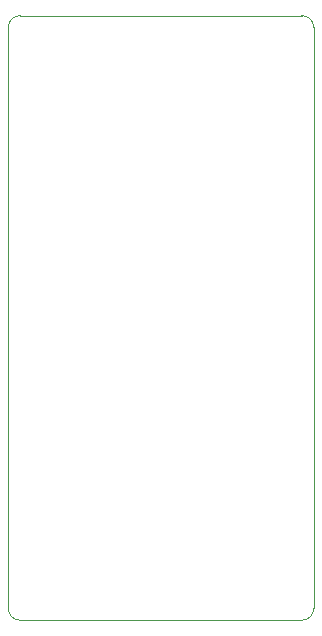
<source format=gbr>
%TF.GenerationSoftware,KiCad,Pcbnew,(6.0.1)*%
%TF.CreationDate,2022-03-04T09:32:41+09:00*%
%TF.ProjectId,yuiop2040,7975696f-7032-4303-9430-2e6b69636164,2*%
%TF.SameCoordinates,Original*%
%TF.FileFunction,Profile,NP*%
%FSLAX46Y46*%
G04 Gerber Fmt 4.6, Leading zero omitted, Abs format (unit mm)*
G04 Created by KiCad (PCBNEW (6.0.1)) date 2022-03-04 09:32:41*
%MOMM*%
%LPD*%
G01*
G04 APERTURE LIST*
%TA.AperFunction,Profile*%
%ADD10C,0.100000*%
%TD*%
G04 APERTURE END LIST*
D10*
X126470001Y-123799999D02*
G75*
G03*
X127470001Y-124799999I999999J-1D01*
G01*
X151329999Y-124799999D02*
X127470001Y-124799999D01*
X151329999Y-124799999D02*
G75*
G03*
X152329999Y-123799999I1J999999D01*
G01*
X127470000Y-73600000D02*
G75*
G03*
X126470000Y-74600000I-1J-999999D01*
G01*
X152329999Y-74600001D02*
G75*
G03*
X151329999Y-73600001I-999999J1D01*
G01*
X152329999Y-74600001D02*
X152329999Y-123799999D01*
X151329999Y-73600001D02*
X127470000Y-73600000D01*
X126470000Y-74600000D02*
X126470001Y-123799999D01*
M02*

</source>
